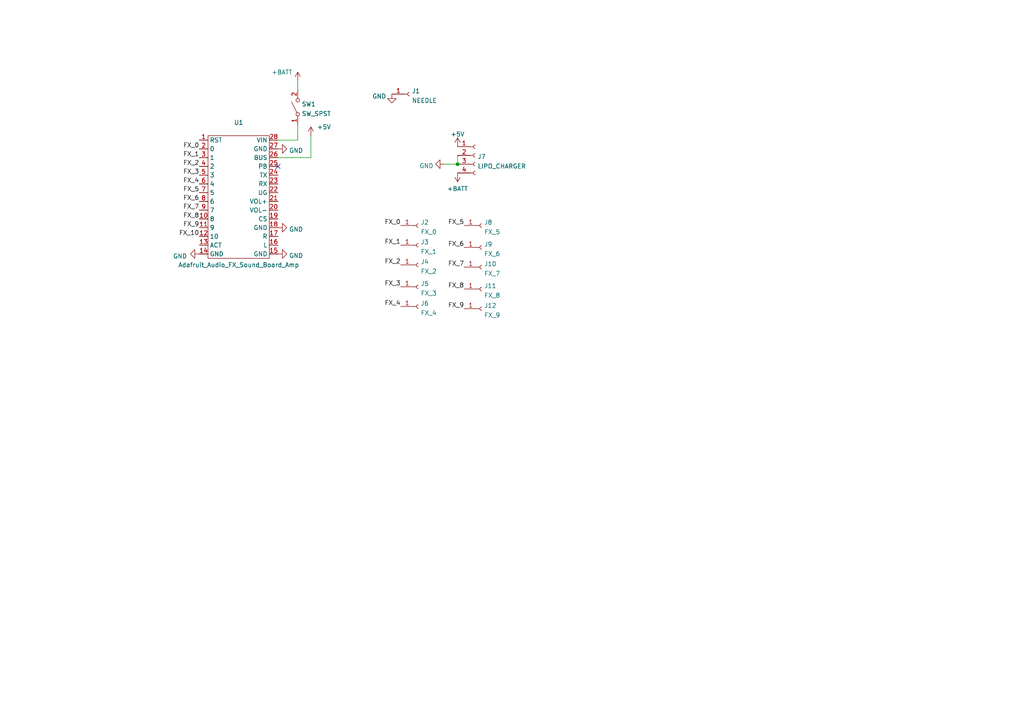
<source format=kicad_sch>
(kicad_sch (version 20211123) (generator eeschema)
  (paper "A4")
  (lib_symbols
    (symbol "Connector:Conn_01x01_Female" (pin_names (offset 1.016) hide)
      (property "Reference" "J" (at 0 2.54 0))
      (property "Value" "Conn_01x01_Female" (at 0 -2.54 0))
      (symbol "Conn_01x01_Female_1_1"
        (polyline (pts (xy -1.27 0) (xy -0.508 0)) (stroke (width 0.1524)))
        (arc (start 0 0.508) (mid -0.508 0) (end 0 -0.508) (stroke (width 0.1524)))
        (pin passive line (at -5.08 0 0) (length 3.81) (name "Pin_1") (number "1"))
      )
    )
    (symbol "Connector:Conn_01x04_Female" (pin_names (offset 1.016) hide)
      (property "Reference" "J" (at 0 5.08 0))
      (property "Value" "Conn_01x04_Female" (at 0 -7.62 0))
      (symbol "Conn_01x04_Female_1_1"
        (arc (start 0 -4.572) (mid -0.508 -5.08) (end 0 -5.588) (stroke (width 0.1524)))
        (arc (start 0 -2.032) (mid -0.508 -2.54) (end 0 -3.048) (stroke (width 0.1524)))
        (polyline (pts (xy -1.27 -5.08) (xy -0.508 -5.08)) (stroke (width 0.1524)))
        (polyline (pts (xy -1.27 -2.54) (xy -0.508 -2.54)) (stroke (width 0.1524)))
        (polyline (pts (xy -1.27 0) (xy -0.508 0)) (stroke (width 0.1524)))
        (polyline (pts (xy -1.27 2.54) (xy -0.508 2.54)) (stroke (width 0.1524)))
        (arc (start 0 0.508) (mid -0.508 0) (end 0 -0.508) (stroke (width 0.1524)))
        (arc (start 0 3.048) (mid -0.508 2.54) (end 0 2.032) (stroke (width 0.1524)))
        (pin passive line (at -5.08 2.54 0) (length 3.81) (name "Pin_1") (number "1"))
        (pin passive line (at -5.08 0 0) (length 3.81) (name "Pin_2") (number "2"))
        (pin passive line (at -5.08 -2.54 0) (length 3.81) (name "Pin_3") (number "3"))
        (pin passive line (at -5.08 -5.08 0) (length 3.81) (name "Pin_4") (number "4"))
      )
    )
    (symbol "Switch:SW_SPST" (pin_names (offset 0) hide)
      (property "Reference" "SW" (at 0 3.175 0))
      (property "Value" "SW_SPST" (at 0 -2.54 0))
      (symbol "SW_SPST_0_0"
        (circle (center -2.032 0) (radius 0.508))
        (polyline (pts (xy -1.524 0.254) (xy 1.524 1.778)))
        (circle (center 2.032 0) (radius 0.508))
      )
      (symbol "SW_SPST_1_1"
        (pin passive line (at -5.08 0 0) (length 2.54) (name "A") (number "1"))
        (pin passive line (at 5.08 0 180) (length 2.54) (name "B") (number "2"))
      )
    )
    (symbol "power:+5V" (power) (pin_names (offset 0))
      (property "Value" "+5V" (at 0 3.556 0))
      (symbol "+5V_0_1"
        (polyline (pts (xy -0.762 1.27) (xy 0 2.54)))
        (polyline (pts (xy 0 0) (xy 0 2.54)))
        (polyline (pts (xy 0 2.54) (xy 0.762 1.27)))
      )
      (symbol "+5V_1_1"
        (pin power_in line (at 0 0 90) (length 0) hide (name "+5V") (number "1"))
      )
    )
    (symbol "power:+BATT" (power) (pin_names (offset 0))
      (property "Value" "+BATT" (at 0 3.556 0))
      (symbol "+BATT_0_1"
        (polyline (pts (xy -0.762 1.27) (xy 0 2.54)))
        (polyline (pts (xy 0 0) (xy 0 2.54)))
        (polyline (pts (xy 0 2.54) (xy 0.762 1.27)))
      )
      (symbol "+BATT_1_1"
        (pin power_in line (at 0 0 90) (length 0) hide (name "+BATT") (number "1"))
      )
    )
    (symbol "power:GND" (power) (pin_names (offset 0))
      (property "Value" "GND" (at 0 -3.81 0))
      (symbol "GND_0_1"
        (polyline (pts (xy 0 0) (xy 0 -1.27) (xy 1.27 -1.27) (xy 0 -2.54) (xy -1.27 -1.27) (xy 0 -1.27)))
      )
      (symbol "GND_1_1"
        (pin power_in line (at 0 0 270) (length 0) hide (name "GND") (number "1"))
      )
    )
    (symbol "voltavox:Adafruit_Audio_FX_Sound_Board_Amp"
      (property "Reference" "U" (at 0 21.59 0))
      (property "Value" "Adafruit_Audio_FX_Sound_Board_Amp" (at 0 25.4 0))
      (symbol "Adafruit_Audio_FX_Sound_Board_Amp_0_1"
        (rectangle (start -8.89 22.86) (end 8.89 -12.7))
      )
      (symbol "Adafruit_Audio_FX_Sound_Board_Amp_1_1"
        (pin passive line (at -11.43 21.59 0) (length 2.54) (name "RST") (number "1"))
        (pin passive line (at -11.43 -1.27 0) (length 2.54) (name "8") (number "10"))
        (pin passive line (at -11.43 -3.81 0) (length 2.54) (name "9") (number "11"))
        (pin passive line (at -11.43 -6.35 0) (length 2.54) (name "10") (number "12"))
        (pin passive line (at -11.43 -8.89 0) (length 2.54) (name "ACT") (number "13"))
        (pin passive line (at -11.43 -11.43 0) (length 2.54) (name "GND") (number "14"))
        (pin passive line (at 11.43 -11.43 180) (length 2.54) (name "GND") (number "15"))
        (pin passive line (at 11.43 -8.89 180) (length 2.54) (name "L") (number "16"))
        (pin passive line (at 11.43 -6.35 180) (length 2.54) (name "R") (number "17"))
        (pin passive line (at 11.43 -3.81 180) (length 2.54) (name "GND") (number "18"))
        (pin passive line (at 11.43 -1.27 180) (length 2.54) (name "CS") (number "19"))
        (pin passive line (at -11.43 19.05 0) (length 2.54) (name "0") (number "2"))
        (pin passive line (at 11.43 1.27 180) (length 2.54) (name "VOL-") (number "20"))
        (pin passive line (at 11.43 3.81 180) (length 2.54) (name "VOL+") (number "21"))
        (pin passive line (at 11.43 6.35 180) (length 2.54) (name "UG") (number "22"))
        (pin passive line (at 11.43 8.89 180) (length 2.54) (name "RX") (number "23"))
        (pin passive line (at 11.43 11.43 180) (length 2.54) (name "TX") (number "24"))
        (pin passive line (at 11.43 13.97 180) (length 2.54) (name "PB") (number "25"))
        (pin passive line (at 11.43 16.51 180) (length 2.54) (name "BUS") (number "26"))
        (pin passive line (at 11.43 19.05 180) (length 2.54) (name "GND") (number "27"))
        (pin passive line (at 11.43 21.59 180) (length 2.54) (name "VIN") (number "28"))
        (pin passive line (at -11.43 16.51 0) (length 2.54) (name "1") (number "3"))
        (pin passive line (at -11.43 13.97 0) (length 2.54) (name "2") (number "4"))
        (pin passive line (at -11.43 11.43 0) (length 2.54) (name "3") (number "5"))
        (pin passive line (at -11.43 8.89 0) (length 2.54) (name "4") (number "6"))
        (pin passive line (at -11.43 6.35 0) (length 2.54) (name "5") (number "7"))
        (pin passive line (at -11.43 3.81 0) (length 2.54) (name "6") (number "8"))
        (pin passive line (at -11.43 1.27 0) (length 2.54) (name "7") (number "9"))
      )
    )
  )
  (junction (at 132.715 47.625))
  (no_connect (at 80.645 48.26))
  (wire (pts (xy 90.17 39.37) (xy 90.17 45.72)))
  (wire (pts (xy 132.715 45.085) (xy 132.715 47.625)))
  (wire (pts (xy 80.645 40.64) (xy 86.36 40.64)))
  (wire (pts (xy 80.645 45.72) (xy 90.17 45.72)))
  (wire (pts (xy 86.36 23.495) (xy 86.36 26.035)))
  (wire (pts (xy 128.905 47.625) (xy 132.715 47.625)))
  (wire (pts (xy 86.36 36.195) (xy 86.36 40.64)))
  (label "FX_7" (at 57.785 60.96 180))
  (label "FX_4" (at 57.785 53.34 180))
  (label "FX_10" (at 57.785 68.58 180))
  (label "FX_6" (at 57.785 58.42 180))
  (label "FX_0" (at 57.785 43.18 180))
  (label "FX_4" (at 116.205 88.9 180))
  (label "FX_9" (at 134.62 89.535 180))
  (label "FX_3" (at 57.785 50.8 180))
  (label "FX_8" (at 57.785 63.5 180))
  (label "FX_7" (at 134.62 77.47 180))
  (label "FX_6" (at 134.62 71.755 180))
  (label "FX_1" (at 57.785 45.72 180))
  (label "FX_5" (at 134.62 65.405 180))
  (label "FX_2" (at 57.785 48.26 180))
  (label "FX_9" (at 57.785 66.04 180))
  (label "FX_0" (at 116.205 65.405 180))
  (label "FX_3" (at 116.205 83.185 180))
  (label "FX_2" (at 116.205 76.835 180))
  (label "FX_5" (at 57.785 55.88 180))
  (label "FX_8" (at 134.62 83.82 180))
  (label "FX_1" (at 116.205 71.12 180))
  (symbol (lib_id "Connector:Conn_01x01_Female") (at 139.7 71.755 0) (unit 1)
    (property "Reference" "J9" (at 140.4112 70.8465 0) (effects (justify left)))
    (property "Value" "FX_6" (at 140.4112 73.6216 0) (effects (justify left)))
    (property "Footprint" "FlexyPin:FlexyPin_1x01_P2.54mm" (effects hide))
  )
  (symbol (lib_id "Connector:Conn_01x01_Female") (at 121.285 88.9 0) (unit 1)
    (property "Reference" "J6" (at 121.9962 87.9915 0) (effects (justify left)))
    (property "Value" "FX_4" (at 121.9962 90.7666 0) (effects (justify left)))
    (property "Footprint" "FlexyPin:FlexyPin_1x01_P2.54mm" (effects hide))
  )
  (symbol (lib_id "Connector:Conn_01x01_Female") (at 139.7 77.47 0) (unit 1)
    (property "Reference" "J10" (at 140.4112 76.5615 0) (effects (justify left)))
    (property "Value" "FX_7" (at 140.4112 79.3366 0) (effects (justify left)))
    (property "Footprint" "FlexyPin:FlexyPin_1x01_P2.54mm" (effects hide))
  )
  (symbol (lib_id "power:+5V") (at 90.17 39.37 0) (unit 1)
    (property "Reference" "#PWR0101" (effects hide))
    (property "Value" "+5V" (at 93.98 36.83 0))
  )
  (symbol (lib_id "Connector:Conn_01x04_Female") (at 137.795 45.085 0) (unit 1)
    (property "Reference" "J7" (at 138.5062 45.4465 0) (effects (justify left)))
    (property "Value" "LIPO_CHARGER" (at 138.5062 48.2216 0) (effects (justify left)))
    (property "Footprint" "Connector_PinHeader_2.54mm:PinHeader_1x04_P2.54mm_Vertical_SMD_Pin1Left" (effects hide))
  )
  (symbol (lib_id "power:GND") (at 80.645 73.66 90) (unit 1)
    (property "Reference" "#PWR0104" (effects hide))
    (property "Value" "GND" (at 83.82 74.139 90) (effects (justify right)))
  )
  (symbol (lib_id "power:GND") (at 57.785 73.66 270) (unit 1)
    (property "Reference" "#PWR0106" (effects hide))
    (property "Value" "GND" (at 50.165 74.295 90) (effects (justify left)))
  )
  (symbol (lib_id "power:+BATT") (at 132.715 50.165 180) (unit 1)
    (property "Reference" "#PWR0107" (effects hide))
    (property "Value" "+BATT" (at 132.715 54.7275 0))
  )
  (symbol (lib_id "power:+5V") (at 132.715 42.545 0) (unit 1)
    (property "Reference" "#PWR0108" (effects hide))
    (property "Value" "+5V" (at 132.715 38.9405 0))
  )
  (symbol (lib_id "Connector:Conn_01x01_Female") (at 139.7 83.82 0) (unit 1)
    (property "Reference" "J11" (at 140.4112 82.9115 0) (effects (justify left)))
    (property "Value" "FX_8" (at 140.4112 85.6866 0) (effects (justify left)))
    (property "Footprint" "FlexyPin:FlexyPin_1x01_P2.54mm" (effects hide))
  )
  (symbol (lib_id "Connector:Conn_01x01_Female") (at 121.285 83.185 0) (unit 1)
    (property "Reference" "J5" (at 121.9962 82.2765 0) (effects (justify left)))
    (property "Value" "FX_3" (at 121.9962 85.0516 0) (effects (justify left)))
    (property "Footprint" "FlexyPin:FlexyPin_1x01_P2.54mm" (effects hide))
  )
  (symbol (lib_id "Connector:Conn_01x01_Female") (at 139.7 65.405 0) (unit 1)
    (property "Reference" "J8" (at 140.4112 64.4965 0) (effects (justify left)))
    (property "Value" "FX_5" (at 140.4112 67.2716 0) (effects (justify left)))
    (property "Footprint" "FlexyPin:FlexyPin_1x01_P2.54mm" (effects hide))
  )
  (symbol (lib_id "Connector:Conn_01x01_Female") (at 121.285 76.835 0) (unit 1)
    (property "Reference" "J4" (at 121.9962 75.9265 0) (effects (justify left)))
    (property "Value" "FX_2" (at 121.9962 78.7016 0) (effects (justify left)))
    (property "Footprint" "FlexyPin:FlexyPin_1x01_P2.54mm" (effects hide))
  )
  (symbol (lib_id "Connector:Conn_01x01_Female") (at 139.7 89.535 0) (unit 1)
    (property "Reference" "J12" (at 140.4112 88.6265 0) (effects (justify left)))
    (property "Value" "FX_9" (at 140.4112 91.4016 0) (effects (justify left)))
    (property "Footprint" "FlexyPin:FlexyPin_1x01_P2.54mm" (effects hide))
  )
  (symbol (lib_id "Connector:Conn_01x01_Female") (at 121.285 71.12 0) (unit 1)
    (property "Reference" "J3" (at 121.9962 70.2115 0) (effects (justify left)))
    (property "Value" "FX_1" (at 121.9962 72.9866 0) (effects (justify left)))
    (property "Footprint" "FlexyPin:FlexyPin_1x01_P2.54mm" (effects hide))
  )
  (symbol (lib_id "power:GND") (at 80.645 43.18 90) (unit 1)
    (property "Reference" "#PWR0103" (effects hide))
    (property "Value" "GND" (at 83.82 43.659 90) (effects (justify right)))
  )
  (symbol (lib_id "Switch:SW_SPST") (at 86.36 31.115 90) (unit 1)
    (property "Reference" "SW1" (at 87.503 30.2065 90) (effects (justify right)))
    (property "Value" "SW_SPST" (at 87.503 32.9816 90) (effects (justify right)))
    (property "Footprint" "Jumper:SolderJumper-2_P1.3mm_Open_Pad1.0x1.5mm" (effects hide))
  )
  (symbol (lib_id "power:GND") (at 128.905 47.625 270) (unit 1)
    (property "Reference" "#PWR0109" (effects hide))
    (property "Value" "GND" (at 125.7301 48.104 90) (effects (justify right)))
  )
  (symbol (lib_id "power:+BATT") (at 86.36 23.495 0) (unit 1)
    (property "Reference" "#PWR0102" (effects hide))
    (property "Value" "+BATT" (at 78.74 20.955 0) (effects (justify left)))
  )
  (symbol (lib_id "power:GND") (at 113.665 27.305 0) (unit 1)
    (property "Reference" "#PWR0110" (effects hide))
    (property "Value" "GND" (at 107.95 27.94 0) (effects (justify left)))
  )
  (symbol (lib_id "Connector:Conn_01x01_Female") (at 118.745 27.305 0) (unit 1)
    (property "Reference" "J1" (at 119.4562 26.3965 0) (effects (justify left)))
    (property "Value" "NEEDLE" (at 119.4562 29.1716 0) (effects (justify left)))
    (property "Footprint" "TestPoint:TestPoint_Pad_D2.0mm" (effects hide))
  )
  (symbol (lib_id "power:GND") (at 80.645 66.04 90) (unit 1)
    (property "Reference" "#PWR0105" (effects hide))
    (property "Value" "GND" (at 83.82 66.519 90) (effects (justify right)))
  )
  (symbol (lib_id "voltavox:Adafruit_Audio_FX_Sound_Board_Amp") (at 69.215 62.23 0) (unit 1)
    (property "Reference" "U1" (at 69.215 35.5305 0))
    (property "Value" "Adafruit_Audio_FX_Sound_Board_Amp" (at 69.215 76.835 0))
    (property "Footprint" "voltavox:Adafruit_Audio_FX_Board" (effects hide))
  )
  (symbol (lib_id "Connector:Conn_01x01_Female") (at 121.285 65.405 0) (unit 1)
    (property "Reference" "J2" (at 121.9962 64.4965 0) (effects (justify left)))
    (property "Value" "FX_0" (at 121.9962 67.2716 0) (effects (justify left)))
    (property "Footprint" "FlexyPin:FlexyPin_1x01_P2.54mm" (effects hide))
  )
)
</source>
